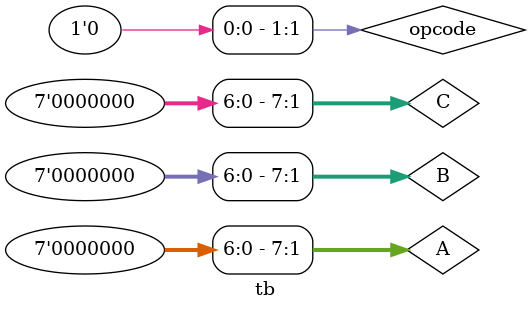
<source format=v>

`timescale 1ns/1ns
module function1 (a,b,c,d,res);
    input a,b,c,d;
    output res;

    assign res = (b |(d^1))& (a | (b^1) | d);

endmodule

module one_bit_adder (
    input a, b, c, c_in, output r, c_out 
);  
    function1 add(a,b,c,c_in,r);
    function1 carry(c_in,a,b,c,c_out);

endmodule


module eight_bit_adder(
    input wire [7:0] a, b, c,  input wire [1:0] opcode,
    output wire [7:0] r, output wire c_out
);
    wire [7:0] d;
            one_bit_adder adder0 (a[0]^(opcode[0] & ~opcode[1]), b[0]^(~opcode[0] & opcode[1]), c[0]^(opcode[0] & opcode[1]), opcode[0] | opcode[1], r[0], d[0]);
            one_bit_adder adder1 (a[1]^(opcode[0] & ~opcode[1]), b[1]^(~opcode[0] & opcode[1]), c[1]^(opcode[0] & opcode[1]), d[0], r[1], d[1]);
            one_bit_adder adder2 (a[2]^(opcode[0] & ~opcode[1]), b[2]^(~opcode[0] & opcode[1]), c[2]^(opcode[0] & opcode[1]), d[1], r[2], d[2]);
            one_bit_adder adder3 (a[3]^(opcode[0] & ~opcode[1]), b[3]^(~opcode[0] & opcode[1]), c[3]^(opcode[0] & opcode[1]), d[2], r[3], d[3]);
            one_bit_adder adder4 (a[4]^(opcode[0] & ~opcode[1]), b[4]^(~opcode[0] & opcode[1]), c[4]^(opcode[0] & opcode[1]), d[3], r[4], d[4]);
            one_bit_adder adder5 (a[5]^(opcode[0] & ~opcode[1]), b[5]^(~opcode[0] & opcode[1]), c[5]^(opcode[0] & opcode[1]), d[4], r[5], d[5]);
            one_bit_adder adder6 (a[6]^(opcode[0] & ~opcode[1]), b[6]^(~opcode[0] & opcode[1]), c[6]^(opcode[0] & opcode[1]), d[5], r[6], d[6]);
            one_bit_adder adder7 (a[7]^(opcode[0] & ~opcode[1]), b[7]^(~opcode[0] & opcode[1]), c[7]^(opcode[0] & opcode[1]), d[6], r[7], d[7]);
            assign c_out = d[7];
endmodule

module tb;

    reg [7:0] A, B,C;
    wire [7:0] R;
    wire C_out;
    reg[1:0] opcode;

    eight_bit_adder add(A, B, C,opcode , R, C_out);

    initial begin
        A = 0;
        B = 0;
        C = 0;
        opcode=0;
        #2;

        $monitor("A = %d, B = %d, C= %d , opcode= %d R = %d, Carry = %d", A, B, C,opcode, R, C_out);

        repeat(10) begin
            A = $random;
            B = $random;
            C = $random;
            opcode=$random;
            #15;
        end
    
    end

endmodule
</source>
